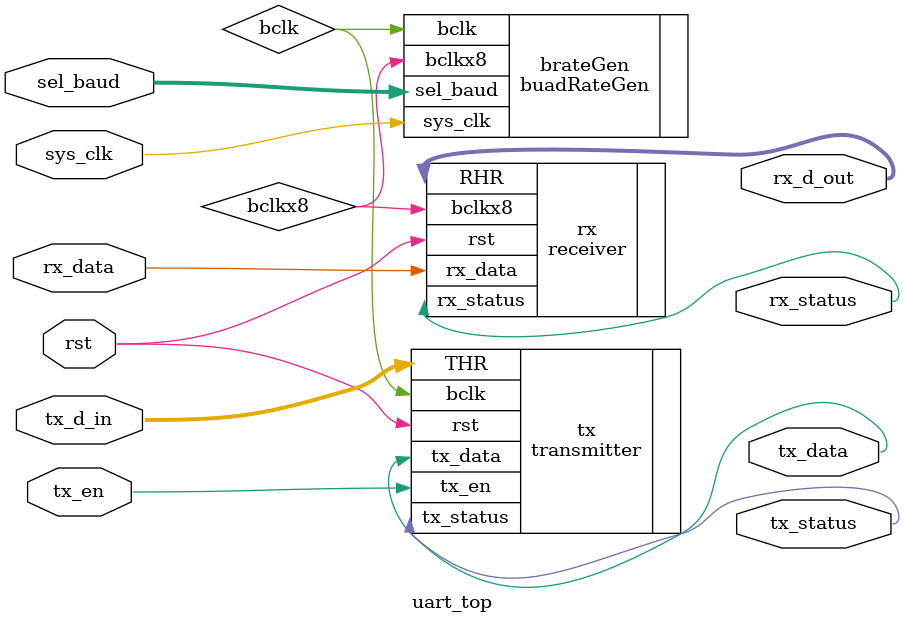
<source format=sv>
`timescale 1ns / 1ps


module uart_top(
    input logic rst,
    input logic sys_clk,

    input logic tx_en,
    input logic [1:0] sel_baud, // 0:4800, 1:9600, 2:19200, 3:38400
    input logic [7:0] tx_d_in, //switches
    
    input logic rx_data,
    output logic tx_data,
    
    output logic [7:0] rx_d_out, //leds
    
    output logic rx_status,
    output logic tx_status
    );
    
    logic bclk;
    logic bclkx8;    
    
    buadRateGen #(.SYS_CLK_FREQ(100000000)) brateGen(
        .sys_clk, .sel_baud, // 0:4800, 1:9600, 2:19200, 3:38400
        .bclk,
        .bclkx8    
        );
    
    transmitter tx(.rst, .bclk,
        .THR(tx_d_in),
        .tx_en,
        .tx_status,
        .tx_data
        );
    
    receiver rx(.rst, .bclkx8,
        .rx_data,
        .rx_status,
        .RHR(rx_d_out)
        );
    
    endmodule

</source>
